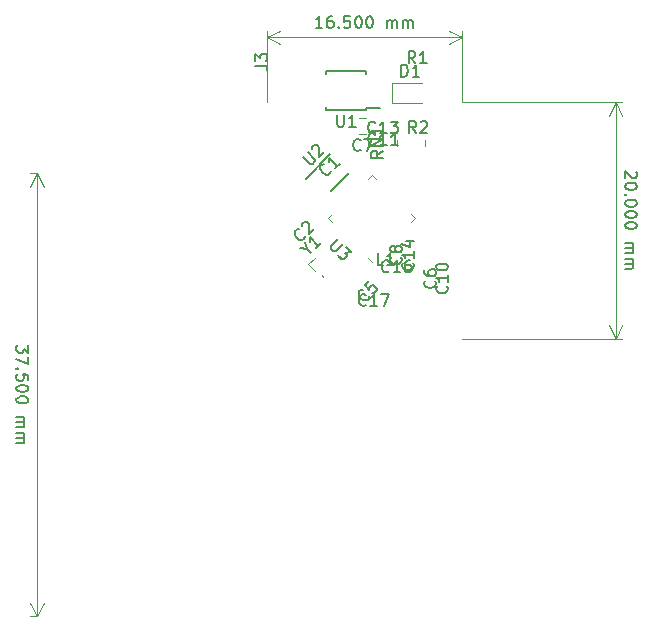
<source format=gbr>
G04 #@! TF.GenerationSoftware,KiCad,Pcbnew,(5.1.2-1)-1*
G04 #@! TF.CreationDate,2020-12-18T00:06:06+00:00*
G04 #@! TF.ProjectId,ESPV-BUG,45535056-2d42-4554-972e-6b696361645f,rev?*
G04 #@! TF.SameCoordinates,Original*
G04 #@! TF.FileFunction,Legend,Top*
G04 #@! TF.FilePolarity,Positive*
%FSLAX46Y46*%
G04 Gerber Fmt 4.6, Leading zero omitted, Abs format (unit mm)*
G04 Created by KiCad (PCBNEW (5.1.2-1)-1) date 2020-12-18 00:06:06*
%MOMM*%
%LPD*%
G04 APERTURE LIST*
%ADD10C,0.150000*%
%ADD11C,0.120000*%
G04 APERTURE END LIST*
D10*
X193722380Y-77357142D02*
X193770000Y-77404761D01*
X193817619Y-77500000D01*
X193817619Y-77738095D01*
X193770000Y-77833333D01*
X193722380Y-77880952D01*
X193627142Y-77928571D01*
X193531904Y-77928571D01*
X193389047Y-77880952D01*
X192817619Y-77309523D01*
X192817619Y-77928571D01*
X193817619Y-78547619D02*
X193817619Y-78642857D01*
X193770000Y-78738095D01*
X193722380Y-78785714D01*
X193627142Y-78833333D01*
X193436666Y-78880952D01*
X193198571Y-78880952D01*
X193008095Y-78833333D01*
X192912857Y-78785714D01*
X192865238Y-78738095D01*
X192817619Y-78642857D01*
X192817619Y-78547619D01*
X192865238Y-78452380D01*
X192912857Y-78404761D01*
X193008095Y-78357142D01*
X193198571Y-78309523D01*
X193436666Y-78309523D01*
X193627142Y-78357142D01*
X193722380Y-78404761D01*
X193770000Y-78452380D01*
X193817619Y-78547619D01*
X192912857Y-79309523D02*
X192865238Y-79357142D01*
X192817619Y-79309523D01*
X192865238Y-79261904D01*
X192912857Y-79309523D01*
X192817619Y-79309523D01*
X193817619Y-79976190D02*
X193817619Y-80071428D01*
X193770000Y-80166666D01*
X193722380Y-80214285D01*
X193627142Y-80261904D01*
X193436666Y-80309523D01*
X193198571Y-80309523D01*
X193008095Y-80261904D01*
X192912857Y-80214285D01*
X192865238Y-80166666D01*
X192817619Y-80071428D01*
X192817619Y-79976190D01*
X192865238Y-79880952D01*
X192912857Y-79833333D01*
X193008095Y-79785714D01*
X193198571Y-79738095D01*
X193436666Y-79738095D01*
X193627142Y-79785714D01*
X193722380Y-79833333D01*
X193770000Y-79880952D01*
X193817619Y-79976190D01*
X193817619Y-80928571D02*
X193817619Y-81023809D01*
X193770000Y-81119047D01*
X193722380Y-81166666D01*
X193627142Y-81214285D01*
X193436666Y-81261904D01*
X193198571Y-81261904D01*
X193008095Y-81214285D01*
X192912857Y-81166666D01*
X192865238Y-81119047D01*
X192817619Y-81023809D01*
X192817619Y-80928571D01*
X192865238Y-80833333D01*
X192912857Y-80785714D01*
X193008095Y-80738095D01*
X193198571Y-80690476D01*
X193436666Y-80690476D01*
X193627142Y-80738095D01*
X193722380Y-80785714D01*
X193770000Y-80833333D01*
X193817619Y-80928571D01*
X193817619Y-81880952D02*
X193817619Y-81976190D01*
X193770000Y-82071428D01*
X193722380Y-82119047D01*
X193627142Y-82166666D01*
X193436666Y-82214285D01*
X193198571Y-82214285D01*
X193008095Y-82166666D01*
X192912857Y-82119047D01*
X192865238Y-82071428D01*
X192817619Y-81976190D01*
X192817619Y-81880952D01*
X192865238Y-81785714D01*
X192912857Y-81738095D01*
X193008095Y-81690476D01*
X193198571Y-81642857D01*
X193436666Y-81642857D01*
X193627142Y-81690476D01*
X193722380Y-81738095D01*
X193770000Y-81785714D01*
X193817619Y-81880952D01*
X192817619Y-83404761D02*
X193484285Y-83404761D01*
X193389047Y-83404761D02*
X193436666Y-83452380D01*
X193484285Y-83547619D01*
X193484285Y-83690476D01*
X193436666Y-83785714D01*
X193341428Y-83833333D01*
X192817619Y-83833333D01*
X193341428Y-83833333D02*
X193436666Y-83880952D01*
X193484285Y-83976190D01*
X193484285Y-84119047D01*
X193436666Y-84214285D01*
X193341428Y-84261904D01*
X192817619Y-84261904D01*
X192817619Y-84738095D02*
X193484285Y-84738095D01*
X193389047Y-84738095D02*
X193436666Y-84785714D01*
X193484285Y-84880952D01*
X193484285Y-85023809D01*
X193436666Y-85119047D01*
X193341428Y-85166666D01*
X192817619Y-85166666D01*
X193341428Y-85166666D02*
X193436666Y-85214285D01*
X193484285Y-85309523D01*
X193484285Y-85452380D01*
X193436666Y-85547619D01*
X193341428Y-85595238D01*
X192817619Y-85595238D01*
D11*
X192000000Y-71500000D02*
X192000000Y-91500000D01*
X179000000Y-71500000D02*
X192586421Y-71500000D01*
X179000000Y-91500000D02*
X192586421Y-91500000D01*
X192000000Y-91500000D02*
X191413579Y-90373496D01*
X192000000Y-91500000D02*
X192586421Y-90373496D01*
X192000000Y-71500000D02*
X191413579Y-72626504D01*
X192000000Y-71500000D02*
X192586421Y-72626504D01*
D10*
X167178571Y-65182380D02*
X166607142Y-65182380D01*
X166892857Y-65182380D02*
X166892857Y-64182380D01*
X166797619Y-64325238D01*
X166702380Y-64420476D01*
X166607142Y-64468095D01*
X168035714Y-64182380D02*
X167845238Y-64182380D01*
X167750000Y-64230000D01*
X167702380Y-64277619D01*
X167607142Y-64420476D01*
X167559523Y-64610952D01*
X167559523Y-64991904D01*
X167607142Y-65087142D01*
X167654761Y-65134761D01*
X167750000Y-65182380D01*
X167940476Y-65182380D01*
X168035714Y-65134761D01*
X168083333Y-65087142D01*
X168130952Y-64991904D01*
X168130952Y-64753809D01*
X168083333Y-64658571D01*
X168035714Y-64610952D01*
X167940476Y-64563333D01*
X167750000Y-64563333D01*
X167654761Y-64610952D01*
X167607142Y-64658571D01*
X167559523Y-64753809D01*
X168559523Y-65087142D02*
X168607142Y-65134761D01*
X168559523Y-65182380D01*
X168511904Y-65134761D01*
X168559523Y-65087142D01*
X168559523Y-65182380D01*
X169511904Y-64182380D02*
X169035714Y-64182380D01*
X168988095Y-64658571D01*
X169035714Y-64610952D01*
X169130952Y-64563333D01*
X169369047Y-64563333D01*
X169464285Y-64610952D01*
X169511904Y-64658571D01*
X169559523Y-64753809D01*
X169559523Y-64991904D01*
X169511904Y-65087142D01*
X169464285Y-65134761D01*
X169369047Y-65182380D01*
X169130952Y-65182380D01*
X169035714Y-65134761D01*
X168988095Y-65087142D01*
X170178571Y-64182380D02*
X170273809Y-64182380D01*
X170369047Y-64230000D01*
X170416666Y-64277619D01*
X170464285Y-64372857D01*
X170511904Y-64563333D01*
X170511904Y-64801428D01*
X170464285Y-64991904D01*
X170416666Y-65087142D01*
X170369047Y-65134761D01*
X170273809Y-65182380D01*
X170178571Y-65182380D01*
X170083333Y-65134761D01*
X170035714Y-65087142D01*
X169988095Y-64991904D01*
X169940476Y-64801428D01*
X169940476Y-64563333D01*
X169988095Y-64372857D01*
X170035714Y-64277619D01*
X170083333Y-64230000D01*
X170178571Y-64182380D01*
X171130952Y-64182380D02*
X171226190Y-64182380D01*
X171321428Y-64230000D01*
X171369047Y-64277619D01*
X171416666Y-64372857D01*
X171464285Y-64563333D01*
X171464285Y-64801428D01*
X171416666Y-64991904D01*
X171369047Y-65087142D01*
X171321428Y-65134761D01*
X171226190Y-65182380D01*
X171130952Y-65182380D01*
X171035714Y-65134761D01*
X170988095Y-65087142D01*
X170940476Y-64991904D01*
X170892857Y-64801428D01*
X170892857Y-64563333D01*
X170940476Y-64372857D01*
X170988095Y-64277619D01*
X171035714Y-64230000D01*
X171130952Y-64182380D01*
X172654761Y-65182380D02*
X172654761Y-64515714D01*
X172654761Y-64610952D02*
X172702380Y-64563333D01*
X172797619Y-64515714D01*
X172940476Y-64515714D01*
X173035714Y-64563333D01*
X173083333Y-64658571D01*
X173083333Y-65182380D01*
X173083333Y-64658571D02*
X173130952Y-64563333D01*
X173226190Y-64515714D01*
X173369047Y-64515714D01*
X173464285Y-64563333D01*
X173511904Y-64658571D01*
X173511904Y-65182380D01*
X173988095Y-65182380D02*
X173988095Y-64515714D01*
X173988095Y-64610952D02*
X174035714Y-64563333D01*
X174130952Y-64515714D01*
X174273809Y-64515714D01*
X174369047Y-64563333D01*
X174416666Y-64658571D01*
X174416666Y-65182380D01*
X174416666Y-64658571D02*
X174464285Y-64563333D01*
X174559523Y-64515714D01*
X174702380Y-64515714D01*
X174797619Y-64563333D01*
X174845238Y-64658571D01*
X174845238Y-65182380D01*
D11*
X162500000Y-66000000D02*
X179000000Y-66000000D01*
X162500000Y-71500000D02*
X162500000Y-65413579D01*
X179000000Y-71500000D02*
X179000000Y-65413579D01*
X179000000Y-66000000D02*
X177873496Y-66586421D01*
X179000000Y-66000000D02*
X177873496Y-65413579D01*
X162500000Y-66000000D02*
X163626504Y-66586421D01*
X162500000Y-66000000D02*
X163626504Y-65413579D01*
D10*
X142277619Y-92059523D02*
X142277619Y-92678571D01*
X141896666Y-92345238D01*
X141896666Y-92488095D01*
X141849047Y-92583333D01*
X141801428Y-92630952D01*
X141706190Y-92678571D01*
X141468095Y-92678571D01*
X141372857Y-92630952D01*
X141325238Y-92583333D01*
X141277619Y-92488095D01*
X141277619Y-92202380D01*
X141325238Y-92107142D01*
X141372857Y-92059523D01*
X142277619Y-93011904D02*
X142277619Y-93678571D01*
X141277619Y-93250000D01*
X141372857Y-94059523D02*
X141325238Y-94107142D01*
X141277619Y-94059523D01*
X141325238Y-94011904D01*
X141372857Y-94059523D01*
X141277619Y-94059523D01*
X142277619Y-95011904D02*
X142277619Y-94535714D01*
X141801428Y-94488095D01*
X141849047Y-94535714D01*
X141896666Y-94630952D01*
X141896666Y-94869047D01*
X141849047Y-94964285D01*
X141801428Y-95011904D01*
X141706190Y-95059523D01*
X141468095Y-95059523D01*
X141372857Y-95011904D01*
X141325238Y-94964285D01*
X141277619Y-94869047D01*
X141277619Y-94630952D01*
X141325238Y-94535714D01*
X141372857Y-94488095D01*
X142277619Y-95678571D02*
X142277619Y-95773809D01*
X142230000Y-95869047D01*
X142182380Y-95916666D01*
X142087142Y-95964285D01*
X141896666Y-96011904D01*
X141658571Y-96011904D01*
X141468095Y-95964285D01*
X141372857Y-95916666D01*
X141325238Y-95869047D01*
X141277619Y-95773809D01*
X141277619Y-95678571D01*
X141325238Y-95583333D01*
X141372857Y-95535714D01*
X141468095Y-95488095D01*
X141658571Y-95440476D01*
X141896666Y-95440476D01*
X142087142Y-95488095D01*
X142182380Y-95535714D01*
X142230000Y-95583333D01*
X142277619Y-95678571D01*
X142277619Y-96630952D02*
X142277619Y-96726190D01*
X142230000Y-96821428D01*
X142182380Y-96869047D01*
X142087142Y-96916666D01*
X141896666Y-96964285D01*
X141658571Y-96964285D01*
X141468095Y-96916666D01*
X141372857Y-96869047D01*
X141325238Y-96821428D01*
X141277619Y-96726190D01*
X141277619Y-96630952D01*
X141325238Y-96535714D01*
X141372857Y-96488095D01*
X141468095Y-96440476D01*
X141658571Y-96392857D01*
X141896666Y-96392857D01*
X142087142Y-96440476D01*
X142182380Y-96488095D01*
X142230000Y-96535714D01*
X142277619Y-96630952D01*
X141277619Y-98154761D02*
X141944285Y-98154761D01*
X141849047Y-98154761D02*
X141896666Y-98202380D01*
X141944285Y-98297619D01*
X141944285Y-98440476D01*
X141896666Y-98535714D01*
X141801428Y-98583333D01*
X141277619Y-98583333D01*
X141801428Y-98583333D02*
X141896666Y-98630952D01*
X141944285Y-98726190D01*
X141944285Y-98869047D01*
X141896666Y-98964285D01*
X141801428Y-99011904D01*
X141277619Y-99011904D01*
X141277619Y-99488095D02*
X141944285Y-99488095D01*
X141849047Y-99488095D02*
X141896666Y-99535714D01*
X141944285Y-99630952D01*
X141944285Y-99773809D01*
X141896666Y-99869047D01*
X141801428Y-99916666D01*
X141277619Y-99916666D01*
X141801428Y-99916666D02*
X141896666Y-99964285D01*
X141944285Y-100059523D01*
X141944285Y-100202380D01*
X141896666Y-100297619D01*
X141801428Y-100345238D01*
X141277619Y-100345238D01*
D11*
X143000000Y-77500000D02*
X143000000Y-115000000D01*
X143000000Y-77500000D02*
X142413579Y-77500000D01*
X143000000Y-115000000D02*
X142413579Y-115000000D01*
X143000000Y-115000000D02*
X142413579Y-113873496D01*
X143000000Y-115000000D02*
X143586421Y-113873496D01*
X143000000Y-77500000D02*
X142413579Y-78626504D01*
X143000000Y-77500000D02*
X143586421Y-78626504D01*
X175830000Y-74650000D02*
X175830000Y-75150000D01*
X173470000Y-74650000D02*
X173470000Y-75150000D01*
X170836252Y-72790000D02*
X170313748Y-72790000D01*
X170836252Y-74210000D02*
X170313748Y-74210000D01*
X173100000Y-69850000D02*
X173100000Y-71550000D01*
X173100000Y-71550000D02*
X175650000Y-71550000D01*
X173100000Y-69850000D02*
X175650000Y-69850000D01*
D10*
X170875000Y-72175000D02*
X170875000Y-71950000D01*
X167525000Y-72175000D02*
X167525000Y-71875000D01*
X167525000Y-68825000D02*
X167525000Y-69125000D01*
X170875000Y-68825000D02*
X170875000Y-69125000D01*
X170875000Y-72175000D02*
X167525000Y-72175000D01*
X170875000Y-68825000D02*
X167525000Y-68825000D01*
X170875000Y-71950000D02*
X172100000Y-71950000D01*
X167935355Y-78955635D02*
X169455635Y-77435355D01*
X165761002Y-77948008D02*
X167864645Y-75844365D01*
D11*
X167994778Y-81635876D02*
X167658903Y-81300000D01*
X167658903Y-81300000D02*
X167994778Y-80964124D01*
X174705222Y-80964124D02*
X175041097Y-81300000D01*
X175041097Y-81300000D02*
X174705222Y-81635876D01*
X171685876Y-77944778D02*
X171350000Y-77608903D01*
X171350000Y-77608903D02*
X171014124Y-77944778D01*
X171014124Y-84655222D02*
X171350000Y-84991097D01*
X166532502Y-85756838D02*
X165973888Y-85198223D01*
X167112330Y-86082107D02*
X167267893Y-86237670D01*
X168682107Y-84512330D02*
X168837670Y-84667893D01*
X166532502Y-84639609D02*
X165973888Y-85198223D01*
D10*
X172348333Y-85252380D02*
X171872142Y-85252380D01*
X171872142Y-84252380D01*
X173205476Y-85252380D02*
X172634047Y-85252380D01*
X172919761Y-85252380D02*
X172919761Y-84252380D01*
X172824523Y-84395238D01*
X172729285Y-84490476D01*
X172634047Y-84538095D01*
X167902903Y-77274499D02*
X167902903Y-77341842D01*
X167835559Y-77476529D01*
X167768216Y-77543873D01*
X167633528Y-77611216D01*
X167498841Y-77611216D01*
X167397826Y-77577545D01*
X167229467Y-77476529D01*
X167128452Y-77375514D01*
X167027437Y-77207155D01*
X166993765Y-77106140D01*
X166993765Y-76971453D01*
X167061109Y-76836766D01*
X167128452Y-76769422D01*
X167263139Y-76702079D01*
X167330483Y-76702079D01*
X168643681Y-76668407D02*
X168239620Y-77072468D01*
X168441651Y-76870438D02*
X167734544Y-76163331D01*
X167768216Y-76331690D01*
X167768216Y-76466377D01*
X167734544Y-76567392D01*
X173827142Y-84581666D02*
X173874761Y-84629285D01*
X173922380Y-84772142D01*
X173922380Y-84867380D01*
X173874761Y-85010238D01*
X173779523Y-85105476D01*
X173684285Y-85153095D01*
X173493809Y-85200714D01*
X173350952Y-85200714D01*
X173160476Y-85153095D01*
X173065238Y-85105476D01*
X172970000Y-85010238D01*
X172922380Y-84867380D01*
X172922380Y-84772142D01*
X172970000Y-84629285D01*
X173017619Y-84581666D01*
X173350952Y-84010238D02*
X173303333Y-84105476D01*
X173255714Y-84153095D01*
X173160476Y-84200714D01*
X173112857Y-84200714D01*
X173017619Y-84153095D01*
X172970000Y-84105476D01*
X172922380Y-84010238D01*
X172922380Y-83819761D01*
X172970000Y-83724523D01*
X173017619Y-83676904D01*
X173112857Y-83629285D01*
X173160476Y-83629285D01*
X173255714Y-83676904D01*
X173303333Y-83724523D01*
X173350952Y-83819761D01*
X173350952Y-84010238D01*
X173398571Y-84105476D01*
X173446190Y-84153095D01*
X173541428Y-84200714D01*
X173731904Y-84200714D01*
X173827142Y-84153095D01*
X173874761Y-84105476D01*
X173922380Y-84010238D01*
X173922380Y-83819761D01*
X173874761Y-83724523D01*
X173827142Y-83676904D01*
X173731904Y-83629285D01*
X173541428Y-83629285D01*
X173446190Y-83676904D01*
X173398571Y-83724523D01*
X173350952Y-83819761D01*
X174827142Y-85057857D02*
X174874761Y-85105476D01*
X174922380Y-85248333D01*
X174922380Y-85343571D01*
X174874761Y-85486428D01*
X174779523Y-85581666D01*
X174684285Y-85629285D01*
X174493809Y-85676904D01*
X174350952Y-85676904D01*
X174160476Y-85629285D01*
X174065238Y-85581666D01*
X173970000Y-85486428D01*
X173922380Y-85343571D01*
X173922380Y-85248333D01*
X173970000Y-85105476D01*
X174017619Y-85057857D01*
X174922380Y-84105476D02*
X174922380Y-84676904D01*
X174922380Y-84391190D02*
X173922380Y-84391190D01*
X174065238Y-84486428D01*
X174160476Y-84581666D01*
X174208095Y-84676904D01*
X174255714Y-83248333D02*
X174922380Y-83248333D01*
X173874761Y-83486428D02*
X174589047Y-83724523D01*
X174589047Y-83105476D01*
X165730577Y-82802173D02*
X165730577Y-82869516D01*
X165663233Y-83004203D01*
X165595890Y-83071547D01*
X165461202Y-83138890D01*
X165326515Y-83138890D01*
X165225500Y-83105219D01*
X165057141Y-83004203D01*
X164956126Y-82903188D01*
X164855111Y-82734829D01*
X164821439Y-82633814D01*
X164821439Y-82499127D01*
X164888783Y-82364440D01*
X164956126Y-82297096D01*
X165090813Y-82229753D01*
X165158157Y-82229753D01*
X165427531Y-81960379D02*
X165427531Y-81893035D01*
X165461202Y-81792020D01*
X165629561Y-81623661D01*
X165730577Y-81589990D01*
X165797920Y-81589990D01*
X165898935Y-81623661D01*
X165966279Y-81691005D01*
X166033622Y-81825692D01*
X166033622Y-82633814D01*
X166471355Y-82196081D01*
X171152903Y-87924499D02*
X171152903Y-87991842D01*
X171085559Y-88126529D01*
X171018216Y-88193873D01*
X170883528Y-88261216D01*
X170748841Y-88261216D01*
X170647826Y-88227545D01*
X170479467Y-88126529D01*
X170378452Y-88025514D01*
X170277437Y-87857155D01*
X170243765Y-87756140D01*
X170243765Y-87621453D01*
X170311109Y-87486766D01*
X170378452Y-87419422D01*
X170513139Y-87352079D01*
X170580483Y-87352079D01*
X171152903Y-86644972D02*
X170816185Y-86981690D01*
X171119231Y-87352079D01*
X171119231Y-87284735D01*
X171152903Y-87183720D01*
X171321261Y-87015361D01*
X171422277Y-86981690D01*
X171489620Y-86981690D01*
X171590635Y-87015361D01*
X171758994Y-87183720D01*
X171792666Y-87284735D01*
X171792666Y-87352079D01*
X171758994Y-87453094D01*
X171590635Y-87621453D01*
X171489620Y-87655125D01*
X171422277Y-87655125D01*
X171672142Y-74027142D02*
X171624523Y-74074761D01*
X171481666Y-74122380D01*
X171386428Y-74122380D01*
X171243571Y-74074761D01*
X171148333Y-73979523D01*
X171100714Y-73884285D01*
X171053095Y-73693809D01*
X171053095Y-73550952D01*
X171100714Y-73360476D01*
X171148333Y-73265238D01*
X171243571Y-73170000D01*
X171386428Y-73122380D01*
X171481666Y-73122380D01*
X171624523Y-73170000D01*
X171672142Y-73217619D01*
X172624523Y-74122380D02*
X172053095Y-74122380D01*
X172338809Y-74122380D02*
X172338809Y-73122380D01*
X172243571Y-73265238D01*
X172148333Y-73360476D01*
X172053095Y-73408095D01*
X172957857Y-73122380D02*
X173576904Y-73122380D01*
X173243571Y-73503333D01*
X173386428Y-73503333D01*
X173481666Y-73550952D01*
X173529285Y-73598571D01*
X173576904Y-73693809D01*
X173576904Y-73931904D01*
X173529285Y-74027142D01*
X173481666Y-74074761D01*
X173386428Y-74122380D01*
X173100714Y-74122380D01*
X173005476Y-74074761D01*
X172957857Y-74027142D01*
X177702142Y-87042857D02*
X177749761Y-87090476D01*
X177797380Y-87233333D01*
X177797380Y-87328571D01*
X177749761Y-87471428D01*
X177654523Y-87566666D01*
X177559285Y-87614285D01*
X177368809Y-87661904D01*
X177225952Y-87661904D01*
X177035476Y-87614285D01*
X176940238Y-87566666D01*
X176845000Y-87471428D01*
X176797380Y-87328571D01*
X176797380Y-87233333D01*
X176845000Y-87090476D01*
X176892619Y-87042857D01*
X177797380Y-86090476D02*
X177797380Y-86661904D01*
X177797380Y-86376190D02*
X176797380Y-86376190D01*
X176940238Y-86471428D01*
X177035476Y-86566666D01*
X177083095Y-86661904D01*
X176797380Y-85471428D02*
X176797380Y-85376190D01*
X176845000Y-85280952D01*
X176892619Y-85233333D01*
X176987857Y-85185714D01*
X177178333Y-85138095D01*
X177416428Y-85138095D01*
X177606904Y-85185714D01*
X177702142Y-85233333D01*
X177749761Y-85280952D01*
X177797380Y-85376190D01*
X177797380Y-85471428D01*
X177749761Y-85566666D01*
X177702142Y-85614285D01*
X177606904Y-85661904D01*
X177416428Y-85709523D01*
X177178333Y-85709523D01*
X176987857Y-85661904D01*
X176892619Y-85614285D01*
X176845000Y-85566666D01*
X176797380Y-85471428D01*
X171672142Y-75027142D02*
X171624523Y-75074761D01*
X171481666Y-75122380D01*
X171386428Y-75122380D01*
X171243571Y-75074761D01*
X171148333Y-74979523D01*
X171100714Y-74884285D01*
X171053095Y-74693809D01*
X171053095Y-74550952D01*
X171100714Y-74360476D01*
X171148333Y-74265238D01*
X171243571Y-74170000D01*
X171386428Y-74122380D01*
X171481666Y-74122380D01*
X171624523Y-74170000D01*
X171672142Y-74217619D01*
X172624523Y-75122380D02*
X172053095Y-75122380D01*
X172338809Y-75122380D02*
X172338809Y-74122380D01*
X172243571Y-74265238D01*
X172148333Y-74360476D01*
X172053095Y-74408095D01*
X173576904Y-75122380D02*
X173005476Y-75122380D01*
X173291190Y-75122380D02*
X173291190Y-74122380D01*
X173195952Y-74265238D01*
X173100714Y-74360476D01*
X173005476Y-74408095D01*
X170872142Y-88637142D02*
X170824523Y-88684761D01*
X170681666Y-88732380D01*
X170586428Y-88732380D01*
X170443571Y-88684761D01*
X170348333Y-88589523D01*
X170300714Y-88494285D01*
X170253095Y-88303809D01*
X170253095Y-88160952D01*
X170300714Y-87970476D01*
X170348333Y-87875238D01*
X170443571Y-87780000D01*
X170586428Y-87732380D01*
X170681666Y-87732380D01*
X170824523Y-87780000D01*
X170872142Y-87827619D01*
X171824523Y-88732380D02*
X171253095Y-88732380D01*
X171538809Y-88732380D02*
X171538809Y-87732380D01*
X171443571Y-87875238D01*
X171348333Y-87970476D01*
X171253095Y-88018095D01*
X172157857Y-87732380D02*
X172824523Y-87732380D01*
X172395952Y-88732380D01*
X172822142Y-85777142D02*
X172774523Y-85824761D01*
X172631666Y-85872380D01*
X172536428Y-85872380D01*
X172393571Y-85824761D01*
X172298333Y-85729523D01*
X172250714Y-85634285D01*
X172203095Y-85443809D01*
X172203095Y-85300952D01*
X172250714Y-85110476D01*
X172298333Y-85015238D01*
X172393571Y-84920000D01*
X172536428Y-84872380D01*
X172631666Y-84872380D01*
X172774523Y-84920000D01*
X172822142Y-84967619D01*
X173774523Y-85872380D02*
X173203095Y-85872380D01*
X173488809Y-85872380D02*
X173488809Y-84872380D01*
X173393571Y-85015238D01*
X173298333Y-85110476D01*
X173203095Y-85158095D01*
X174631666Y-84872380D02*
X174441190Y-84872380D01*
X174345952Y-84920000D01*
X174298333Y-84967619D01*
X174203095Y-85110476D01*
X174155476Y-85300952D01*
X174155476Y-85681904D01*
X174203095Y-85777142D01*
X174250714Y-85824761D01*
X174345952Y-85872380D01*
X174536428Y-85872380D01*
X174631666Y-85824761D01*
X174679285Y-85777142D01*
X174726904Y-85681904D01*
X174726904Y-85443809D01*
X174679285Y-85348571D01*
X174631666Y-85300952D01*
X174536428Y-85253333D01*
X174345952Y-85253333D01*
X174250714Y-85300952D01*
X174203095Y-85348571D01*
X174155476Y-85443809D01*
X176687142Y-86581666D02*
X176734761Y-86629285D01*
X176782380Y-86772142D01*
X176782380Y-86867380D01*
X176734761Y-87010238D01*
X176639523Y-87105476D01*
X176544285Y-87153095D01*
X176353809Y-87200714D01*
X176210952Y-87200714D01*
X176020476Y-87153095D01*
X175925238Y-87105476D01*
X175830000Y-87010238D01*
X175782380Y-86867380D01*
X175782380Y-86772142D01*
X175830000Y-86629285D01*
X175877619Y-86581666D01*
X175782380Y-85724523D02*
X175782380Y-85915000D01*
X175830000Y-86010238D01*
X175877619Y-86057857D01*
X176020476Y-86153095D01*
X176210952Y-86200714D01*
X176591904Y-86200714D01*
X176687142Y-86153095D01*
X176734761Y-86105476D01*
X176782380Y-86010238D01*
X176782380Y-85819761D01*
X176734761Y-85724523D01*
X176687142Y-85676904D01*
X176591904Y-85629285D01*
X176353809Y-85629285D01*
X176258571Y-85676904D01*
X176210952Y-85724523D01*
X176163333Y-85819761D01*
X176163333Y-86010238D01*
X176210952Y-86105476D01*
X176258571Y-86153095D01*
X176353809Y-86200714D01*
X175048333Y-68172380D02*
X174715000Y-67696190D01*
X174476904Y-68172380D02*
X174476904Y-67172380D01*
X174857857Y-67172380D01*
X174953095Y-67220000D01*
X175000714Y-67267619D01*
X175048333Y-67362857D01*
X175048333Y-67505714D01*
X175000714Y-67600952D01*
X174953095Y-67648571D01*
X174857857Y-67696190D01*
X174476904Y-67696190D01*
X176000714Y-68172380D02*
X175429285Y-68172380D01*
X175715000Y-68172380D02*
X175715000Y-67172380D01*
X175619761Y-67315238D01*
X175524523Y-67410476D01*
X175429285Y-67458095D01*
X175118333Y-74082380D02*
X174785000Y-73606190D01*
X174546904Y-74082380D02*
X174546904Y-73082380D01*
X174927857Y-73082380D01*
X175023095Y-73130000D01*
X175070714Y-73177619D01*
X175118333Y-73272857D01*
X175118333Y-73415714D01*
X175070714Y-73510952D01*
X175023095Y-73558571D01*
X174927857Y-73606190D01*
X174546904Y-73606190D01*
X175499285Y-73177619D02*
X175546904Y-73130000D01*
X175642142Y-73082380D01*
X175880238Y-73082380D01*
X175975476Y-73130000D01*
X176023095Y-73177619D01*
X176070714Y-73272857D01*
X176070714Y-73368095D01*
X176023095Y-73510952D01*
X175451666Y-74082380D01*
X176070714Y-74082380D01*
X172302380Y-75590476D02*
X171826190Y-75923809D01*
X172302380Y-76161904D02*
X171302380Y-76161904D01*
X171302380Y-75780952D01*
X171350000Y-75685714D01*
X171397619Y-75638095D01*
X171492857Y-75590476D01*
X171635714Y-75590476D01*
X171730952Y-75638095D01*
X171778571Y-75685714D01*
X171826190Y-75780952D01*
X171826190Y-76161904D01*
X172302380Y-75161904D02*
X171302380Y-75161904D01*
X172302380Y-74590476D01*
X171302380Y-74590476D01*
X172302380Y-73590476D02*
X172302380Y-74161904D01*
X172302380Y-73876190D02*
X171302380Y-73876190D01*
X171445238Y-73971428D01*
X171540476Y-74066666D01*
X171588095Y-74161904D01*
X170408333Y-75507142D02*
X170360714Y-75554761D01*
X170217857Y-75602380D01*
X170122619Y-75602380D01*
X169979761Y-75554761D01*
X169884523Y-75459523D01*
X169836904Y-75364285D01*
X169789285Y-75173809D01*
X169789285Y-75030952D01*
X169836904Y-74840476D01*
X169884523Y-74745238D01*
X169979761Y-74650000D01*
X170122619Y-74602380D01*
X170217857Y-74602380D01*
X170360714Y-74650000D01*
X170408333Y-74697619D01*
X170741666Y-74602380D02*
X171408333Y-74602380D01*
X170979761Y-75602380D01*
X173861904Y-69302380D02*
X173861904Y-68302380D01*
X174100000Y-68302380D01*
X174242857Y-68350000D01*
X174338095Y-68445238D01*
X174385714Y-68540476D01*
X174433333Y-68730952D01*
X174433333Y-68873809D01*
X174385714Y-69064285D01*
X174338095Y-69159523D01*
X174242857Y-69254761D01*
X174100000Y-69302380D01*
X173861904Y-69302380D01*
X175385714Y-69302380D02*
X174814285Y-69302380D01*
X175100000Y-69302380D02*
X175100000Y-68302380D01*
X175004761Y-68445238D01*
X174909523Y-68540476D01*
X174814285Y-68588095D01*
X161512380Y-68373333D02*
X162226666Y-68373333D01*
X162369523Y-68420952D01*
X162464761Y-68516190D01*
X162512380Y-68659047D01*
X162512380Y-68754285D01*
X161512380Y-67992380D02*
X161512380Y-67373333D01*
X161893333Y-67706666D01*
X161893333Y-67563809D01*
X161940952Y-67468571D01*
X161988571Y-67420952D01*
X162083809Y-67373333D01*
X162321904Y-67373333D01*
X162417142Y-67420952D01*
X162464761Y-67468571D01*
X162512380Y-67563809D01*
X162512380Y-67849523D01*
X162464761Y-67944761D01*
X162417142Y-67992380D01*
X168438095Y-72552380D02*
X168438095Y-73361904D01*
X168485714Y-73457142D01*
X168533333Y-73504761D01*
X168628571Y-73552380D01*
X168819047Y-73552380D01*
X168914285Y-73504761D01*
X168961904Y-73457142D01*
X169009523Y-73361904D01*
X169009523Y-72552380D01*
X170009523Y-73552380D02*
X169438095Y-73552380D01*
X169723809Y-73552380D02*
X169723809Y-72552380D01*
X169628571Y-72695238D01*
X169533333Y-72790476D01*
X169438095Y-72838095D01*
X165524457Y-76101953D02*
X166096877Y-76674373D01*
X166197892Y-76708045D01*
X166265236Y-76708045D01*
X166366251Y-76674373D01*
X166500938Y-76539686D01*
X166534610Y-76438671D01*
X166534610Y-76371327D01*
X166500938Y-76270312D01*
X165928518Y-75697892D01*
X166298908Y-75462190D02*
X166298908Y-75394847D01*
X166332579Y-75293831D01*
X166500938Y-75125473D01*
X166601953Y-75091801D01*
X166669297Y-75091801D01*
X166770312Y-75125473D01*
X166837656Y-75192816D01*
X166904999Y-75327503D01*
X166904999Y-76135625D01*
X167342732Y-75697892D01*
X168497329Y-83075174D02*
X167924909Y-83647594D01*
X167891237Y-83748609D01*
X167891237Y-83815953D01*
X167924909Y-83916968D01*
X168059596Y-84051655D01*
X168160611Y-84085327D01*
X168227955Y-84085327D01*
X168328970Y-84051655D01*
X168901390Y-83479235D01*
X169170764Y-83748609D02*
X169608496Y-84186342D01*
X169103420Y-84220014D01*
X169204435Y-84321029D01*
X169238107Y-84422044D01*
X169238107Y-84489388D01*
X169204435Y-84590403D01*
X169036077Y-84758762D01*
X168935061Y-84792434D01*
X168867718Y-84792434D01*
X168766703Y-84758762D01*
X168564672Y-84556731D01*
X168531000Y-84455716D01*
X168531000Y-84388373D01*
X165853679Y-83927114D02*
X166190397Y-84263832D01*
X165247588Y-83792427D02*
X165853679Y-83927114D01*
X165718992Y-83321023D01*
X167032190Y-83422038D02*
X166628129Y-83826099D01*
X166830160Y-83624068D02*
X166123053Y-82916962D01*
X166156725Y-83085320D01*
X166156725Y-83220007D01*
X166123053Y-83321023D01*
M02*

</source>
